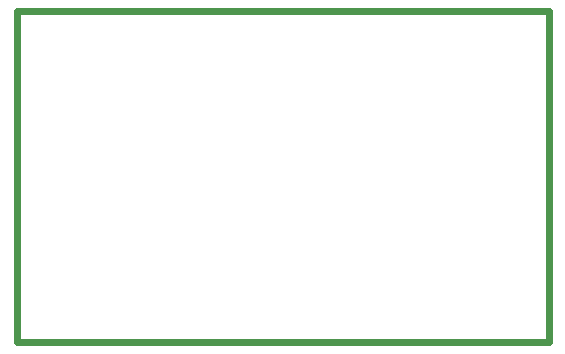
<source format=gko>
G04*
G04 #@! TF.GenerationSoftware,Altium Limited,Altium Designer,22.4.2 (48)*
G04*
G04 Layer_Color=16711935*
%FSLAX26Y26*%
%MOIN*%
G70*
G04*
G04 #@! TF.SameCoordinates,6CEC26E3-1FB6-4E6F-AFBB-73261986176E*
G04*
G04*
G04 #@! TF.FilePolarity,Positive*
G04*
G01*
G75*
%ADD11C,0.023622*%
D11*
X0Y0D02*
Y1102362D01*
X1771653D01*
Y0D02*
Y1102362D01*
X0Y0D02*
X1771653D01*
M02*

</source>
